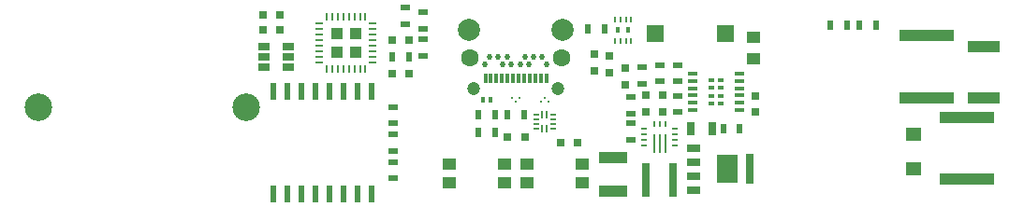
<source format=gbr>
G04 #@! TF.GenerationSoftware,KiCad,Pcbnew,(5.0.2)-1*
G04 #@! TF.CreationDate,2019-02-23T20:37:34-08:00*
G04 #@! TF.ProjectId,nixie_bottom_board,6e697869-655f-4626-9f74-746f6d5f626f,rev?*
G04 #@! TF.SameCoordinates,Original*
G04 #@! TF.FileFunction,Paste,Top*
G04 #@! TF.FilePolarity,Positive*
%FSLAX46Y46*%
G04 Gerber Fmt 4.6, Leading zero omitted, Abs format (unit mm)*
G04 Created by KiCad (PCBNEW (5.0.2)-1) date 2/23/2019 8:37:34 PM*
%MOMM*%
%LPD*%
G01*
G04 APERTURE LIST*
%ADD10C,1.200000*%
%ADD11C,0.520000*%
%ADD12C,2.000000*%
%ADD13C,1.600000*%
%ADD14R,0.300000X0.900000*%
%ADD15R,1.035000X1.035000*%
%ADD16R,0.250000X0.700000*%
%ADD17R,0.700000X0.250000*%
%ADD18R,1.300000X1.000000*%
%ADD19R,1.060000X0.650000*%
%ADD20R,2.500000X1.000000*%
%ADD21R,0.500000X0.900000*%
%ADD22R,0.800000X3.040000*%
%ADD23R,0.750000X0.800000*%
%ADD24R,0.800000X0.800000*%
%ADD25R,0.800000X0.750000*%
%ADD26R,0.600000X1.500000*%
%ADD27R,0.200000X0.700000*%
%ADD28R,0.500000X0.200000*%
%ADD29R,0.250000X1.800000*%
%ADD30R,0.600000X0.250000*%
%ADD31R,0.250000X0.600000*%
%ADD32R,0.200000X0.200000*%
%ADD33R,0.300000X0.550000*%
%ADD34R,1.530000X1.620000*%
%ADD35R,1.150000X0.700000*%
%ADD36R,1.980000X2.520000*%
%ADD37R,0.780000X2.820000*%
%ADD38R,1.250000X1.000000*%
%ADD39R,3.000000X1.000000*%
%ADD40R,5.000000X1.000000*%
%ADD41R,0.900000X0.500000*%
%ADD42R,0.700000X1.300000*%
%ADD43R,0.495000X0.427500*%
%ADD44R,0.890000X0.420000*%
%ADD45R,1.400000X1.200000*%
%ADD46R,0.420000X0.540000*%
%ADD47R,0.250000X0.500000*%
%ADD48C,2.500000*%
G04 APERTURE END LIST*
D10*
G04 #@! TO.C,J1*
X146155000Y-98310000D03*
X153845000Y-98310000D03*
D11*
X152400000Y-95410000D03*
X151600000Y-95410000D03*
X150800000Y-95410000D03*
X149200000Y-95410000D03*
X148400000Y-95410000D03*
X147600000Y-95410000D03*
X152800000Y-96110000D03*
X151200000Y-96110000D03*
X150400000Y-96110000D03*
X149600000Y-96110000D03*
X148800000Y-96110000D03*
X147200000Y-96110000D03*
D12*
X154220000Y-92995000D03*
X145780000Y-92995000D03*
D13*
X145870000Y-95510000D03*
D14*
X147750000Y-97330000D03*
X149250000Y-97330000D03*
X148750000Y-97330000D03*
X148250000Y-97330000D03*
X147250000Y-97330000D03*
X149750000Y-97330000D03*
X150250000Y-97330000D03*
X150750000Y-97330000D03*
X151250000Y-97330000D03*
X151750000Y-97330000D03*
X152250000Y-97330000D03*
X152750000Y-97330000D03*
D13*
X154130000Y-95510000D03*
G04 #@! TD*
D15*
G04 #@! TO.C,U2*
X135512500Y-95012500D03*
X135512500Y-93287500D03*
X133787500Y-95012500D03*
X133787500Y-93287500D03*
D16*
X136400000Y-96550000D03*
X135900000Y-96550000D03*
X135400000Y-96550000D03*
X134900000Y-96550000D03*
X134400000Y-96550000D03*
X133900000Y-96550000D03*
X133400000Y-96550000D03*
X132900000Y-96550000D03*
D17*
X132250000Y-95900000D03*
X132250000Y-95400000D03*
X132250000Y-94900000D03*
X132250000Y-94400000D03*
X132250000Y-93900000D03*
X132250000Y-93400000D03*
X132250000Y-92900000D03*
X132250000Y-92400000D03*
D16*
X132900000Y-91750000D03*
X133400000Y-91750000D03*
X133900000Y-91750000D03*
X134400000Y-91750000D03*
X134900000Y-91750000D03*
X135400000Y-91750000D03*
X135900000Y-91750000D03*
X136400000Y-91750000D03*
D17*
X137050000Y-92400000D03*
X137050000Y-92900000D03*
X137050000Y-93400000D03*
X137050000Y-93900000D03*
X137050000Y-94400000D03*
X137050000Y-94900000D03*
X137050000Y-95400000D03*
X137050000Y-95900000D03*
G04 #@! TD*
D18*
G04 #@! TO.C,SW1*
X144000000Y-105150000D03*
X144000000Y-106850000D03*
X149000000Y-106860000D03*
X149000000Y-105150000D03*
G04 #@! TD*
D19*
G04 #@! TO.C,U5*
X127200000Y-94450000D03*
X127200000Y-95400000D03*
X127200000Y-96350000D03*
X129400000Y-96350000D03*
X129400000Y-94450000D03*
X129400000Y-95400000D03*
G04 #@! TD*
D20*
G04 #@! TO.C,C11*
X158800000Y-107600000D03*
X158800000Y-104600000D03*
G04 #@! TD*
D21*
G04 #@! TO.C,R20*
X182550000Y-92500000D03*
X181050000Y-92500000D03*
G04 #@! TD*
G04 #@! TO.C,R21*
X179950000Y-92500000D03*
X178450000Y-92500000D03*
G04 #@! TD*
D22*
G04 #@! TO.C,L1*
X164200000Y-106600000D03*
X161800000Y-106600000D03*
G04 #@! TD*
D23*
G04 #@! TO.C,C17*
X157100000Y-95150000D03*
X157100000Y-96650000D03*
G04 #@! TD*
D24*
G04 #@! TO.C,D5*
X150800000Y-102700000D03*
X149200000Y-102700000D03*
G04 #@! TD*
D21*
G04 #@! TO.C,R13*
X148150000Y-102300000D03*
X146650000Y-102300000D03*
G04 #@! TD*
D25*
G04 #@! TO.C,C12*
X138850000Y-96900000D03*
X140350000Y-96900000D03*
G04 #@! TD*
G04 #@! TO.C,C13*
X140350000Y-93900000D03*
X138850000Y-93900000D03*
G04 #@! TD*
D26*
G04 #@! TO.C,U4*
X136945000Y-98550000D03*
X135675000Y-98550000D03*
X134405000Y-98550000D03*
X133135000Y-98550000D03*
X131865000Y-98550000D03*
X130595000Y-98550000D03*
X129325000Y-98550000D03*
X128055000Y-98550000D03*
X128055000Y-107850000D03*
X129325000Y-107850000D03*
X130595000Y-107850000D03*
X131865000Y-107850000D03*
X133135000Y-107850000D03*
X134405000Y-107850000D03*
X135675000Y-107850000D03*
X136945000Y-107850000D03*
G04 #@! TD*
D21*
G04 #@! TO.C,R1*
X149250000Y-100700000D03*
X150750000Y-100700000D03*
G04 #@! TD*
D27*
G04 #@! TO.C,U1*
X152800000Y-100650000D03*
X152400000Y-100650000D03*
D28*
X151850000Y-100700000D03*
X151850000Y-101100000D03*
X151850000Y-101500000D03*
X151850000Y-101900000D03*
D27*
X152400000Y-101950000D03*
X152800000Y-101950000D03*
D28*
X153350000Y-101900000D03*
X153350000Y-101500000D03*
X153350000Y-101100000D03*
X153350000Y-100700000D03*
G04 #@! TD*
D29*
G04 #@! TO.C,U3*
X162500000Y-103250000D03*
X163000000Y-103250000D03*
X163500000Y-103250000D03*
D30*
X164400000Y-103450000D03*
X164400000Y-102950000D03*
X164400000Y-102450000D03*
X164400000Y-101950000D03*
D31*
X163500000Y-101550000D03*
X163000000Y-101550000D03*
X162500000Y-101550000D03*
D30*
X161600000Y-101950000D03*
X161600000Y-102450000D03*
X161600000Y-102950000D03*
X161600000Y-103450000D03*
G04 #@! TD*
D18*
G04 #@! TO.C,SW2*
X151000000Y-105150000D03*
X151000000Y-106850000D03*
X156000000Y-106860000D03*
X156000000Y-105150000D03*
G04 #@! TD*
D32*
G04 #@! TO.C,D2*
X152940000Y-99450000D03*
X152260000Y-99450000D03*
X152600000Y-99150000D03*
G04 #@! TD*
G04 #@! TO.C,D3*
X149660000Y-99150000D03*
X150340000Y-99150000D03*
X150000000Y-99450000D03*
G04 #@! TD*
D33*
G04 #@! TO.C,D1*
X147050000Y-99300000D03*
X147750000Y-99300000D03*
G04 #@! TD*
D25*
G04 #@! TO.C,C16*
X128650000Y-91600000D03*
X127150000Y-91600000D03*
G04 #@! TD*
D21*
G04 #@! TO.C,R3*
X146650000Y-100700000D03*
X148150000Y-100700000D03*
G04 #@! TD*
D25*
G04 #@! TO.C,C3*
X163250000Y-100400000D03*
X161750000Y-100400000D03*
G04 #@! TD*
D34*
G04 #@! TO.C,C1*
X162650000Y-93300000D03*
X169000000Y-93300000D03*
G04 #@! TD*
D35*
G04 #@! TO.C,Q1*
X166100000Y-107510000D03*
D36*
X169135000Y-105600000D03*
D37*
X171200000Y-105600000D03*
D35*
X166100000Y-106240000D03*
X166100000Y-103690000D03*
X166100000Y-104960000D03*
G04 #@! TD*
D25*
G04 #@! TO.C,C15*
X128650000Y-93000000D03*
X127150000Y-93000000D03*
G04 #@! TD*
G04 #@! TO.C,C14*
X155550000Y-103200000D03*
X154050000Y-103200000D03*
G04 #@! TD*
D23*
G04 #@! TO.C,C2*
X158500000Y-95350000D03*
X158500000Y-96850000D03*
G04 #@! TD*
D25*
G04 #@! TO.C,C6*
X163250000Y-98900000D03*
X161750000Y-98900000D03*
G04 #@! TD*
D38*
G04 #@! TO.C,C4*
X171500000Y-95600000D03*
X171500000Y-93600000D03*
G04 #@! TD*
D39*
G04 #@! TO.C,C9*
X192300000Y-99100000D03*
X192300000Y-94500000D03*
G04 #@! TD*
D40*
G04 #@! TO.C,C8*
X190800000Y-100900000D03*
X190800000Y-106500000D03*
G04 #@! TD*
D41*
G04 #@! TO.C,R19*
X138900000Y-101450000D03*
X138900000Y-99950000D03*
G04 #@! TD*
D21*
G04 #@! TO.C,R18*
X140350000Y-95400000D03*
X138850000Y-95400000D03*
G04 #@! TD*
D41*
G04 #@! TO.C,R17*
X160400000Y-99050000D03*
X160400000Y-100550000D03*
G04 #@! TD*
G04 #@! TO.C,R16*
X160400000Y-101450000D03*
X160400000Y-102950000D03*
G04 #@! TD*
D23*
G04 #@! TO.C,C5*
X159900000Y-96450000D03*
X159900000Y-97950000D03*
G04 #@! TD*
G04 #@! TO.C,C7*
X171700000Y-100450000D03*
X171700000Y-98950000D03*
G04 #@! TD*
D41*
G04 #@! TO.C,R9*
X163000000Y-96150000D03*
X163000000Y-97650000D03*
G04 #@! TD*
G04 #@! TO.C,R6*
X164600000Y-100450000D03*
X164600000Y-98950000D03*
G04 #@! TD*
G04 #@! TO.C,R7*
X161400000Y-96350000D03*
X161400000Y-97850000D03*
G04 #@! TD*
G04 #@! TO.C,R5*
X138900000Y-104950000D03*
X138900000Y-106450000D03*
G04 #@! TD*
G04 #@! TO.C,R2*
X141600000Y-95350000D03*
X141600000Y-93850000D03*
G04 #@! TD*
D21*
G04 #@! TO.C,R8*
X168750000Y-101900000D03*
X170250000Y-101900000D03*
G04 #@! TD*
D41*
G04 #@! TO.C,R10*
X164600000Y-97650000D03*
X164600000Y-96150000D03*
G04 #@! TD*
D40*
G04 #@! TO.C,C10*
X187200000Y-93500000D03*
X187200000Y-99100000D03*
G04 #@! TD*
D41*
G04 #@! TO.C,R4*
X138900000Y-103950000D03*
X138900000Y-102450000D03*
G04 #@! TD*
D42*
G04 #@! TO.C,R11*
X167750000Y-101900000D03*
X165850000Y-101900000D03*
G04 #@! TD*
D43*
G04 #@! TO.C,U6*
X167687500Y-97531250D03*
X167687500Y-98243750D03*
X167687500Y-98956250D03*
X167687500Y-99668750D03*
X168512500Y-97531250D03*
X168512500Y-98243750D03*
X168512500Y-98956250D03*
X168512500Y-99668750D03*
D44*
X170205000Y-96975000D03*
X170205000Y-97625000D03*
X170205000Y-98275000D03*
X170205000Y-98925000D03*
X170205000Y-99575000D03*
X170205000Y-100225000D03*
X165995000Y-100225000D03*
X165995000Y-99575000D03*
X165995000Y-98925000D03*
X165995000Y-98275000D03*
X165995000Y-97625000D03*
X165995000Y-96975000D03*
G04 #@! TD*
D45*
G04 #@! TO.C,D4*
X186000000Y-105550000D03*
X186000000Y-102450000D03*
G04 #@! TD*
D41*
G04 #@! TO.C,R12*
X141600000Y-92850000D03*
X141600000Y-91350000D03*
G04 #@! TD*
D21*
G04 #@! TO.C,R14*
X156550000Y-92900000D03*
X158050000Y-92900000D03*
G04 #@! TD*
D41*
G04 #@! TO.C,R15*
X140000000Y-92450000D03*
X140000000Y-90950000D03*
G04 #@! TD*
D46*
G04 #@! TO.C,U7*
X159250000Y-93000000D03*
X160150000Y-93000000D03*
D47*
X159950000Y-92050000D03*
X160450000Y-92050000D03*
X160450000Y-93950000D03*
X159450000Y-93950000D03*
X158950000Y-93950000D03*
X158950000Y-92050000D03*
X159450000Y-92050000D03*
X159950000Y-93950000D03*
G04 #@! TD*
D48*
G04 #@! TO.C,BT1*
X106800000Y-100000000D03*
X125600000Y-100000000D03*
G04 #@! TD*
M02*

</source>
